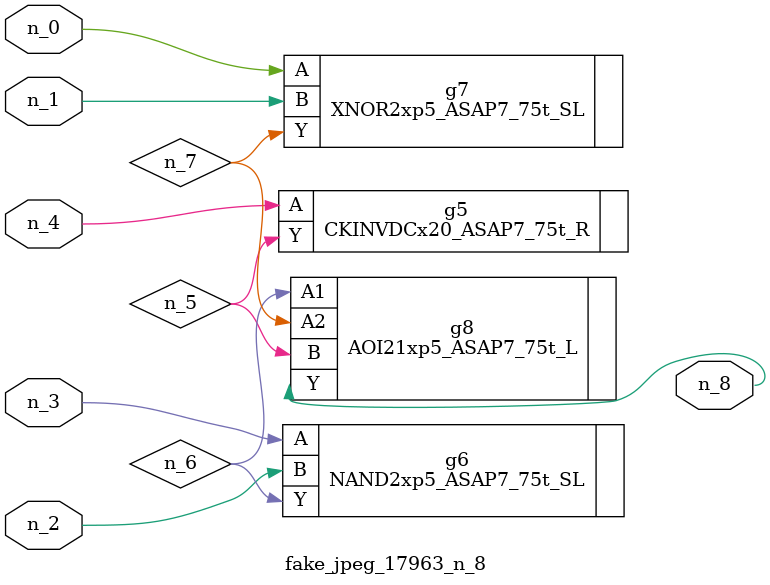
<source format=v>
module fake_jpeg_17963_n_8 (n_3, n_2, n_1, n_0, n_4, n_8);

input n_3;
input n_2;
input n_1;
input n_0;
input n_4;

output n_8;

wire n_6;
wire n_5;
wire n_7;

CKINVDCx20_ASAP7_75t_R g5 ( 
.A(n_4),
.Y(n_5)
);

NAND2xp5_ASAP7_75t_SL g6 ( 
.A(n_3),
.B(n_2),
.Y(n_6)
);

XNOR2xp5_ASAP7_75t_SL g7 ( 
.A(n_0),
.B(n_1),
.Y(n_7)
);

AOI21xp5_ASAP7_75t_L g8 ( 
.A1(n_6),
.A2(n_7),
.B(n_5),
.Y(n_8)
);


endmodule
</source>
